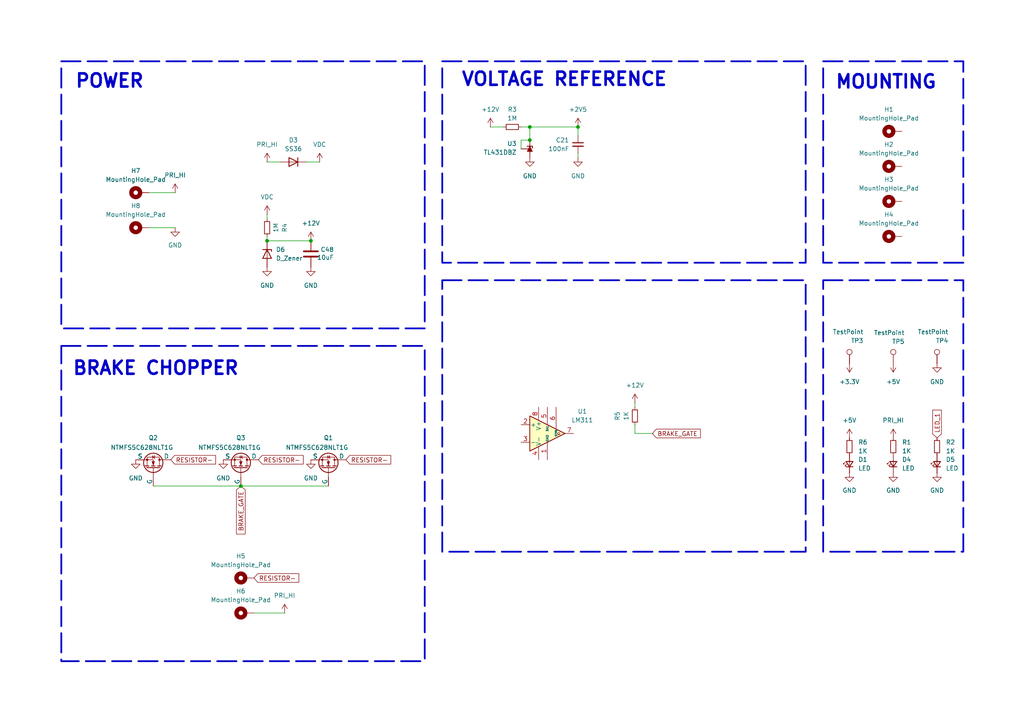
<source format=kicad_sch>
(kicad_sch (version 20250114) (generator "eeschema") (generator_version "9.0")
  (paper "A4")
  (title_block (company "TiManh"))
  (lib_symbols
    (symbol "Comparator:LM311" (pin_names (offset 0.127))
      (property "Reference" "U" (at 3.81 6.35 0))
      (property "Value" "LM311" (at 3.81 3.81 0))
      (symbol "LM311_0_1"
        (polyline (pts (xy 3.683 -0.381) (xy 3.302 -0.381) (xy 3.683 0) (xy 3.302 0.381) (xy 2.921 0) (xy 3.302 -0.381) (xy 2.921 -0.381)) (stroke (width 0.127)))
        (polyline (pts (xy 5.08 0) (xy -5.08 5.08) (xy -5.08 -5.08) (xy 5.08 0)) (stroke (width 0.254)) (fill (type background)))
      )
      (symbol "LM311_1_1"
        (pin input line (at -7.62 2.54 0) (length 2.54) (name "+") (number "2"))
        (pin input line (at -7.62 -2.54 0) (length 2.54) (name "-") (number "3"))
        (pin power_in line (at -2.54 7.62 270) (length 3.81) (name "V+") (number "8"))
        (pin power_in line (at -2.54 -7.62 90) (length 3.81) (name "V-") (number "4"))
        (pin input line (at 0 7.62 270) (length 5.08) (name "BAL") (number "5"))
        (pin passive line (at 0 -7.62 90) (length 5.08) (name "GND") (number "1"))
        (pin input line (at 2.54 7.62 270) (length 6.35) (name "STRB") (number "6"))
        (pin open_collector line (at 7.62 0 180) (length 2.54) (name "~") (number "7"))
      )
    )
    (symbol "Connector:TestPoint" (pin_numbers (hide yes)) (pin_names (offset 0.762) (hide yes))
      (property "Reference" "TP" (at 0 6.858 0))
      (property "Value" "TestPoint" (at 0 5.08 0))
      (symbol "TestPoint_0_1"
        (circle (center 0 3.302) (radius 0.762))
      )
      (symbol "TestPoint_1_1"
        (pin passive line (at 0 0 90) (length 2.54) (name "1") (number "1"))
      )
    )
    (symbol "Device:C" (pin_numbers (hide yes)) (pin_names (offset 0.254))
      (property "Reference" "C" (at 0.635 2.54 0))
      (property "Value" "C" (at 0.635 -2.54 0))
      (symbol "C_0_1"
        (polyline (pts (xy -2.032 0.762) (xy 2.032 0.762)) (stroke (width 0.508)))
        (polyline (pts (xy -2.032 -0.762) (xy 2.032 -0.762)) (stroke (width 0.508)))
      )
      (symbol "C_1_1"
        (pin passive line (at 0 3.81 270) (length 2.794) (name "~") (number "1"))
        (pin passive line (at 0 -3.81 90) (length 2.794) (name "~") (number "2"))
      )
    )
    (symbol "Device:C_Small" (pin_numbers (hide yes)) (pin_names (offset 0.254) (hide yes))
      (property "Reference" "C" (at 0.254 1.778 0))
      (property "Value" "C_Small" (at 0.254 -2.032 0))
      (symbol "C_Small_0_1"
        (polyline (pts (xy -1.524 0.508) (xy 1.524 0.508)) (stroke (width 0.3048)))
        (polyline (pts (xy -1.524 -0.508) (xy 1.524 -0.508)) (stroke (width 0.3302)))
      )
      (symbol "C_Small_1_1"
        (pin passive line (at 0 2.54 270) (length 2.032) (name "~") (number "1"))
        (pin passive line (at 0 -2.54 90) (length 2.032) (name "~") (number "2"))
      )
    )
    (symbol "Device:D" (pin_numbers (hide yes)) (pin_names (offset 1.016) (hide yes))
      (property "Reference" "D" (at 0 2.54 0))
      (property "Value" "D" (at 0 -2.54 0))
      (symbol "D_0_1"
        (polyline (pts (xy -1.27 1.27) (xy -1.27 -1.27)) (stroke (width 0.254)))
        (polyline (pts (xy 1.27 1.27) (xy 1.27 -1.27) (xy -1.27 0) (xy 1.27 1.27)) (stroke (width 0.254)))
        (polyline (pts (xy 1.27 0) (xy -1.27 0)))
      )
      (symbol "D_1_1"
        (pin passive line (at -3.81 0 0) (length 2.54) (name "K") (number "1"))
        (pin passive line (at 3.81 0 180) (length 2.54) (name "A") (number "2"))
      )
    )
    (symbol "Device:D_Zener" (pin_numbers (hide yes)) (pin_names (offset 1.016) (hide yes))
      (property "Reference" "D" (at 0 2.54 0))
      (property "Value" "D_Zener" (at 0 -2.54 0))
      (symbol "D_Zener_0_1"
        (polyline (pts (xy -1.27 -1.27) (xy -1.27 1.27) (xy -0.762 1.27)) (stroke (width 0.254)))
        (polyline (pts (xy 1.27 0) (xy -1.27 0)))
        (polyline (pts (xy 1.27 -1.27) (xy 1.27 1.27) (xy -1.27 0) (xy 1.27 -1.27)) (stroke (width 0.254)))
      )
      (symbol "D_Zener_1_1"
        (pin passive line (at -3.81 0 0) (length 2.54) (name "K") (number "1"))
        (pin passive line (at 3.81 0 180) (length 2.54) (name "A") (number "2"))
      )
    )
    (symbol "Device:LED_Small" (pin_numbers (hide yes)) (pin_names (offset 0.254) (hide yes))
      (property "Reference" "D" (at -1.27 3.175 0))
      (property "Value" "LED_Small" (at -4.445 -2.54 0))
      (symbol "LED_Small_0_1"
        (polyline (pts (xy -0.762 -1.016) (xy -0.762 1.016)) (stroke (width 0.254)))
        (polyline (pts (xy 0 0.762) (xy -0.508 1.27) (xy -0.254 1.27) (xy -0.508 1.27) (xy -0.508 1.016)))
        (polyline (pts (xy 0.508 1.27) (xy 0 1.778) (xy 0.254 1.778) (xy 0 1.778) (xy 0 1.524)))
        (polyline (pts (xy 0.762 -1.016) (xy -0.762 0) (xy 0.762 1.016) (xy 0.762 -1.016)) (stroke (width 0.254)))
        (polyline (pts (xy 1.016 0) (xy -0.762 0)))
      )
      (symbol "LED_Small_1_1"
        (pin passive line (at -2.54 0 0) (length 1.778) (name "K") (number "1"))
        (pin passive line (at 2.54 0 180) (length 1.778) (name "A") (number "2"))
      )
    )
    (symbol "Device:R_Small" (pin_numbers (hide yes)) (pin_names (offset 0.254) (hide yes))
      (property "Reference" "R" (at 0 0 90))
      (property "Value" "R_Small" (at 1.778 0 90))
      (symbol "R_Small_0_1"
        (rectangle (start -0.762 1.778) (end 0.762 -1.778) (stroke (width 0.2032)))
      )
      (symbol "R_Small_1_1"
        (pin passive line (at 0 2.54 270) (length 0.762) (name "~") (number "1"))
        (pin passive line (at 0 -2.54 90) (length 0.762) (name "~") (number "2"))
      )
    )
    (symbol "Mechanical:MountingHole_Pad" (pin_numbers (hide yes)) (pin_names (offset 1.016) (hide yes)) (in_bom no)
      (property "Reference" "H" (at 0 6.35 0))
      (property "Value" "MountingHole_Pad" (at 0 4.445 0))
      (symbol "MountingHole_Pad_0_1"
        (circle (center 0 1.27) (radius 1.27) (stroke (width 1.27)))
      )
      (symbol "MountingHole_Pad_1_1"
        (pin input line (at 0 -2.54 90) (length 2.54) (name "1") (number "1"))
      )
    )
    (symbol "Reference_Voltage:TL431DBZ" (pin_numbers (hide yes)) (pin_names (hide yes))
      (property "Reference" "U" (at -2.54 2.54 0))
      (property "Value" "TL431DBZ" (at 0 -2.54 0))
      (symbol "TL431DBZ_0_1"
        (polyline (pts (xy -1.27 0) (xy 0 0) (xy 1.27 0)))
        (polyline (pts (xy -0.762 -0.762) (xy -0.762 0.762) (xy 0.762 0) (xy -0.762 -0.762)) (fill (type outline)))
        (polyline (pts (xy 0.254 -0.762) (xy 0.762 -0.762) (xy 0.762 0.762) (xy 0.762 0.762)) (stroke (width 0.254)))
      )
      (symbol "TL431DBZ_1_1"
        (pin passive line (at -2.54 0 0) (length 2.54) (name "A") (number "3"))
        (pin passive line (at 0 2.54 270) (length 2.54) (name "REF") (number "2"))
        (pin passive line (at 2.54 0 180) (length 2.54) (name "K") (number "1"))
      )
    )
    (symbol "TiManh:NMOS-8PINS" (pin_numbers (hide yes)) (pin_names (offset 0))
      (property "Reference" "Q" (at 3.81 1.27 0))
      (property "Value" "NMOS-8PINS" (at 3.81 -1.27 0))
      (symbol "NMOS-8PINS_0_1"
        (polyline (pts (xy -1.016 1.905) (xy -1.016 -1.905)) (stroke (width 0.254)))
        (polyline (pts (xy -1.016 0) (xy -3.81 0)))
        (polyline (pts (xy -0.508 2.286) (xy -0.508 1.27)) (stroke (width 0.254)))
        (polyline (pts (xy -0.508 0.508) (xy -0.508 -0.508)) (stroke (width 0.254)))
        (polyline (pts (xy -0.508 -1.27) (xy -0.508 -2.286)) (stroke (width 0.254)))
        (polyline (pts (xy -0.508 -1.778) (xy 2.032 -1.778) (xy 2.032 1.778) (xy -0.508 1.778)))
        (polyline (pts (xy -0.254 0) (xy 0.762 0.381) (xy 0.762 -0.381) (xy -0.254 0)) (fill (type outline)))
        (circle (center 0.381 0) (radius 2.794) (stroke (width 0.254)))
        (polyline (pts (xy 1.27 2.54) (xy 1.27 1.778)))
        (circle (center 1.27 1.778) (radius 0.254) (fill (type outline)))
        (circle (center 1.27 -1.778) (radius 0.254) (fill (type outline)))
        (polyline (pts (xy 1.27 -2.54) (xy 1.27 0) (xy -0.508 0)))
        (polyline (pts (xy 1.524 0.508) (xy 1.651 0.381) (xy 2.413 0.381) (xy 2.54 0.254)))
        (polyline (pts (xy 2.032 0.381) (xy 1.651 -0.254) (xy 2.413 -0.254) (xy 2.032 0.381)))
      )
      (symbol "NMOS-8PINS_1_1"
        (pin input line (at -6.35 0 0) (length 2.54) (name "G") (number "4"))
        (pin passive line (at 1.27 5.08 270) (length 2.54) (name "D") (number "5"))
        (pin passive line (at 1.27 -5.08 90) (length 2.54) (name "S") (number "1"))
        (pin passive line (at 1.27 -5.08 90) (length 2.54) (name "S") (number "2"))
        (pin passive line (at 1.27 -5.08 90) (length 2.54) (name "S") (number "3"))
      )
    )
    (symbol "power:+12V" (power) (pin_numbers (hide yes)) (pin_names (offset 0) (hide yes))
      (property "Value" "+12V" (at 0 3.556 0))
      (symbol "+12V_0_1"
        (polyline (pts (xy -0.762 1.27) (xy 0 2.54)))
        (polyline (pts (xy 0 2.54) (xy 0.762 1.27)))
        (polyline (pts (xy 0 0) (xy 0 2.54)))
      )
      (symbol "+12V_1_1"
        (pin power_in line (at 0 0 90) (length 0) (name "~") (number "1"))
      )
    )
    (symbol "power:+2V5" (power) (pin_numbers (hide yes)) (pin_names (offset 0) (hide yes))
      (property "Value" "+2V5" (at 0 3.556 0))
      (symbol "+2V5_0_1"
        (polyline (pts (xy -0.762 1.27) (xy 0 2.54)))
        (polyline (pts (xy 0 2.54) (xy 0.762 1.27)))
        (polyline (pts (xy 0 0) (xy 0 2.54)))
      )
      (symbol "+2V5_1_1"
        (pin power_in line (at 0 0 90) (length 0) (name "~") (number "1"))
      )
    )
    (symbol "power:+3.3V" (power) (pin_numbers (hide yes)) (pin_names (offset 0) (hide yes))
      (property "Value" "+3.3V" (at 0 3.556 0))
      (symbol "+3.3V_0_1"
        (polyline (pts (xy -0.762 1.27) (xy 0 2.54)))
        (polyline (pts (xy 0 2.54) (xy 0.762 1.27)))
        (polyline (pts (xy 0 0) (xy 0 2.54)))
      )
      (symbol "+3.3V_1_1"
        (pin power_in line (at 0 0 90) (length 0) (name "~") (number "1"))
      )
    )
    (symbol "power:+5V" (power) (pin_numbers (hide yes)) (pin_names (offset 0) (hide yes))
      (property "Value" "+5V" (at 0 3.556 0))
      (symbol "+5V_0_1"
        (polyline (pts (xy -0.762 1.27) (xy 0 2.54)))
        (polyline (pts (xy 0 2.54) (xy 0.762 1.27)))
        (polyline (pts (xy 0 0) (xy 0 2.54)))
      )
      (symbol "+5V_1_1"
        (pin power_in line (at 0 0 90) (length 0) (name "~") (number "1"))
      )
    )
    (symbol "power:GND" (power) (pin_numbers (hide yes)) (pin_names (offset 0) (hide yes))
      (property "Value" "GND" (at 0 -3.81 0))
      (symbol "GND_0_1"
        (polyline (pts (xy 0 0) (xy 0 -1.27) (xy 1.27 -1.27) (xy 0 -2.54) (xy -1.27 -1.27) (xy 0 -1.27)))
      )
      (symbol "GND_1_1"
        (pin power_in line (at 0 0 270) (length 0) (name "~") (number "1"))
      )
    )
    (symbol "power:PRI_HI" (power) (pin_numbers (hide yes)) (pin_names (offset 0) (hide yes))
      (property "Value" "PRI_HI" (at 0 3.556 0))
      (symbol "PRI_HI_0_1"
        (polyline (pts (xy -0.762 1.27) (xy 0 2.54)))
        (polyline (pts (xy 0 2.54) (xy 0.762 1.27)))
        (polyline (pts (xy 0 0) (xy 0 2.54)))
      )
      (symbol "PRI_HI_1_1"
        (pin power_in line (at 0 0 90) (length 0) (name "~") (number "1"))
      )
    )
    (symbol "power:VDC" (power) (pin_numbers (hide yes)) (pin_names (offset 0) (hide yes))
      (property "Value" "VDC" (at 0 3.556 0))
      (symbol "VDC_0_1"
        (polyline (pts (xy -0.762 1.27) (xy 0 2.54)))
        (polyline (pts (xy 0 2.54) (xy 0.762 1.27)))
        (polyline (pts (xy 0 0) (xy 0 2.54)))
      )
      (symbol "VDC_1_1"
        (pin power_in line (at 0 0 90) (length 0) (name "~") (number "1"))
      )
    )
  )
  (rectangle (start 17.78 17.78) (end 123.19 95.25) (stroke (width 0.508) (type dash)))
  (rectangle (start 128.27 81.28) (end 233.68 160.02) (stroke (width 0.508) (type dash)))
  (rectangle (start 238.76 17.78) (end 279.4 76.2) (stroke (width 0.508) (type dash)))
  (rectangle (start 238.76 81.28) (end 279.4 160.02) (stroke (width 0.508) (type dash)))
  (rectangle (start 17.78 100.33) (end 123.19 191.77) (stroke (width 0.508) (type dash)))
  (rectangle (start 128.27 17.78) (end 233.68 76.2) (stroke (width 0.508) (type dash)))
  (text "VOLTAGE REFERENCE" (at 133.604 23.114 0) (effects (font (size 3.81 3.81) (bold yes)) (justify left)))
  (text "POWER" (at 21.59 23.622 0) (effects (font (size 3.81 3.81) (bold yes)) (justify left)))
  (text "BRAKE CHOPPER" (at 20.828 106.934 0) (effects (font (size 3.81 3.81) (bold yes)) (justify left)))
  (text "MOUNTING" (at 242.062 23.876 0) (effects (font (size 3.81 3.81) (bold yes)) (justify left)))
  (junction (at 153.67 36.83))
  (junction (at 153.67 40.64))
  (junction (at 77.47 69.85))
  (junction (at 69.85 140.97))
  (junction (at 167.64 36.83))
  (junction (at 90.17 69.85))
  (wire (pts (xy 153.67 36.83) (xy 153.67 40.64)))
  (wire (pts (xy 151.13 43.18) (xy 151.13 40.64)))
  (wire (pts (xy 77.47 62.23) (xy 77.47 63.5)))
  (wire (pts (xy 153.67 36.83) (xy 167.64 36.83)))
  (wire (pts (xy 142.24 36.83) (xy 146.05 36.83)))
  (wire (pts (xy 167.64 44.45) (xy 167.64 45.72)))
  (wire (pts (xy 44.45 140.97) (xy 69.85 140.97)))
  (wire (pts (xy 167.64 39.37) (xy 167.64 36.83)))
  (wire (pts (xy 184.15 125.73) (xy 189.23 125.73)))
  (wire (pts (xy 77.47 46.99) (xy 81.28 46.99)))
  (wire (pts (xy 50.8 66.04) (xy 43.18 66.04)))
  (wire (pts (xy 50.8 55.88) (xy 43.18 55.88)))
  (wire (pts (xy 151.13 36.83) (xy 153.67 36.83)))
  (wire (pts (xy 77.47 68.58) (xy 77.47 69.85)))
  (wire (pts (xy 184.15 118.11) (xy 184.15 116.84)))
  (wire (pts (xy 92.71 46.99) (xy 88.9 46.99)))
  (wire (pts (xy 82.55 177.8) (xy 73.66 177.8)))
  (wire (pts (xy 151.13 40.64) (xy 153.67 40.64)))
  (wire (pts (xy 184.15 123.19) (xy 184.15 125.73)))
  (wire (pts (xy 90.17 69.85) (xy 77.47 69.85)))
  (wire (pts (xy 69.85 140.97) (xy 95.25 140.97)))
  (global_label "BRAKE_GATE" (shape input) (at 189.23 125.73 0) (property "Intersheetrefs" "${INTERSHEET_REFS}" (effects (hide yes))))
  (global_label "RESISTOR-" (shape input) (at 100.33 133.35 0) (property "Intersheetrefs" "${INTERSHEET_REFS}" (effects (hide yes))))
  (global_label "RESISTOR-" (shape input) (at 74.93 133.35 0) (property "Intersheetrefs" "${INTERSHEET_REFS}" (effects (hide yes))))
  (global_label "BRAKE_GATE" (shape input) (at 69.85 140.97 270) (property "Intersheetrefs" "${INTERSHEET_REFS}" (effects (hide yes))))
  (global_label "RESISTOR-" (shape input) (at 73.66 167.64 0) (property "Intersheetrefs" "${INTERSHEET_REFS}" (effects (hide yes))))
  (global_label "RESISTOR-" (shape input) (at 49.53 133.35 0) (property "Intersheetrefs" "${INTERSHEET_REFS}" (effects (hide yes))))
  (global_label "LED_1" (shape input) (at 271.78 127 90) (property "Intersheetrefs" "${INTERSHEET_REFS}" (effects (hide yes))))
  (symbol (lib_id "TiManh:NMOS-8PINS") (at 44.45 134.62 270) (mirror x) (unit 1)
    (property "Reference" "Q2" (at 44.45 127 90))
    (property "Value" "NTMFS5C628NLT1G" (at 41.148 129.794 90))
    (property "Footprint" "Package_DFN_QFN:PQFN-8-EP_6x5mm_P1.27mm_Generic" (effects (hide yes)))
  )
  (symbol (lib_id "Device:R_Small") (at 77.47 66.04 0) (mirror x) (unit 1)
    (property "Reference" "R4" (at 82.55 66.04 90))
    (property "Value" "1M" (at 80.01 66.04 90))
    (property "Footprint" "Resistor_SMD:R_0603_1608Metric" (effects (hide yes)))
    (property "Description" "Resistor, small symbol" (effects (hide yes)))
  )
  (symbol (lib_id "power:VDC") (at 77.47 62.23 0) (unit 1)
    (property "Reference" "#PWR02" (effects (hide yes)))
    (property "Value" "VDC" (at 77.47 57.15 0))
    (property "Description" "Power symbol creates a global label with name \"VDC\"" (effects (hide yes)))
  )
  (symbol (lib_id "Mechanical:MountingHole_Pad") (at 259.08 68.58 90) (unit 1) (in_bom no)
    (property "Reference" "H4" (at 257.81 62.23 90))
    (property "Value" "MountingHole_Pad" (at 257.81 64.77 90))
    (property "Footprint" "MountingHole:MountingHole_3.2mm_M3_Pad_Via" (effects (hide yes)))
    (property "Description" "Mounting Hole with connection" (effects (hide yes)))
  )
  (symbol (lib_id "power:VDC") (at 92.71 46.99 0) (unit 1)
    (property "Reference" "#PWR015" (effects (hide yes)))
    (property "Value" "VDC" (at 92.71 41.91 0))
    (property "Description" "Power symbol creates a global label with name \"VDC\"" (effects (hide yes)))
  )
  (symbol (lib_id "TiManh:NMOS-8PINS") (at 69.85 134.62 270) (mirror x) (unit 1)
    (property "Reference" "Q3" (at 69.85 127 90))
    (property "Value" "NTMFS5C628NLT1G" (at 66.548 129.794 90))
    (property "Footprint" "Package_DFN_QFN:PQFN-8-EP_6x5mm_P1.27mm_Generic" (effects (hide yes)))
  )
  (symbol (lib_id "power:GND") (at 271.78 105.41 0) (unit 1)
    (property "Reference" "#PWR064" (effects (hide yes)))
    (property "Value" "GND" (at 271.78 110.744 0))
    (property "Description" "Power symbol creates a global label with name \"GND\" , ground" (effects (hide yes)))
  )
  (symbol (lib_id "Mechanical:MountingHole_Pad") (at 71.12 177.8 90) (unit 1) (in_bom no)
    (property "Reference" "H6" (at 69.85 171.45 90))
    (property "Value" "MountingHole_Pad" (at 69.85 173.99 90))
    (property "Footprint" "MountingHole:MountingHole_3.2mm_M3_Pad_Via" (effects (hide yes)))
    (property "Description" "Mounting Hole with connection" (effects (hide yes)))
  )
  (symbol (lib_id "power:GND") (at 50.8 66.04 0) (unit 1)
    (property "Reference" "#PWR045" (effects (hide yes)))
    (property "Value" "GND" (at 50.8 71.12 0))
    (property "Description" "Power symbol creates a global label with name \"GND\" , ground" (effects (hide yes)))
  )
  (symbol (lib_id "Mechanical:MountingHole_Pad") (at 71.12 167.64 90) (unit 1) (in_bom no)
    (property "Reference" "H5" (at 69.85 161.29 90))
    (property "Value" "MountingHole_Pad" (at 69.85 163.83 90))
    (property "Footprint" "MountingHole:MountingHole_3.2mm_M3_Pad_Via" (effects (hide yes)))
    (property "Description" "Mounting Hole with connection" (effects (hide yes)))
  )
  (symbol (lib_id "power:+5V") (at 246.38 127 0) (unit 1)
    (property "Reference" "#PWR035" (effects (hide yes)))
    (property "Value" "+5V" (at 246.38 121.92 0))
    (property "Description" "Power symbol creates a global label with name \"+5V\"" (effects (hide yes)))
  )
  (symbol (lib_id "Connector:TestPoint") (at 271.78 105.41 0) (unit 1) (in_bom no)
    (property "Reference" "TP4" (at 275.082 98.806 0) (effects (justify right)))
    (property "Value" "TestPoint" (at 275.082 96.266 0) (effects (justify right)))
    (property "Footprint" "TestPoint:TestPoint_Pad_D1.0mm" (effects (hide yes)))
    (property "Description" "test point" (effects (hide yes)))
  )
  (symbol (lib_id "power:GND") (at 271.78 137.16 0) (unit 1)
    (property "Reference" "#PWR042" (effects (hide yes)))
    (property "Value" "GND" (at 271.78 142.24 0))
    (property "Description" "Power symbol creates a global label with name \"GND\" , ground" (effects (hide yes)))
  )
  (symbol (lib_id "power:GND") (at 259.08 137.16 0) (unit 1)
    (property "Reference" "#PWR039" (effects (hide yes)))
    (property "Value" "GND" (at 259.08 142.24 0))
    (property "Description" "Power symbol creates a global label with name \"GND\" , ground" (effects (hide yes)))
  )
  (symbol (lib_id "Device:R_Small") (at 246.38 129.54 0) (unit 1)
    (property "Reference" "R6" (at 248.92 128.2699 0) (effects (justify left)))
    (property "Value" "1K" (at 248.92 130.8099 0) (effects (justify left)))
    (property "Footprint" "Resistor_SMD:R_0603_1608Metric" (effects (hide yes)))
    (property "Description" "Resistor, small symbol" (effects (hide yes)))
  )
  (symbol (lib_id "Device:LED_Small") (at 246.38 134.62 90) (unit 1)
    (property "Reference" "D1" (at 248.92 133.2864 90) (effects (justify right)))
    (property "Value" "LED" (at 248.92 135.8264 90) (effects (justify right)))
    (property "Footprint" "LED_SMD:LED_0603_1608Metric" (effects (hide yes)))
    (property "Description" "Light emitting diode, small symbol" (effects (hide yes)))
    (property "Sim.Pin" "1=K 2=A" (effects (hide yes)))
  )
  (symbol (lib_id "Mechanical:MountingHole_Pad") (at 259.08 58.42 90) (unit 1) (in_bom no)
    (property "Reference" "H3" (at 257.81 52.07 90))
    (property "Value" "MountingHole_Pad" (at 257.81 54.61 90))
    (property "Footprint" "MountingHole:MountingHole_3.2mm_M3_Pad_Via" (effects (hide yes)))
    (property "Description" "Mounting Hole with connection" (effects (hide yes)))
  )
  (symbol (lib_id "power:GND") (at 90.17 133.35 0) (unit 1)
    (property "Reference" "#PWR05" (effects (hide yes)))
    (property "Value" "GND" (at 90.17 138.684 0))
    (property "Description" "Power symbol creates a global label with name \"GND\" , ground" (effects (hide yes)))
  )
  (symbol (lib_id "Device:C_Small") (at 167.64 41.91 0) (mirror y) (unit 1)
    (property "Reference" "C21" (at 165.1 40.6462 0) (effects (justify left)))
    (property "Value" "100nF" (at 165.1 43.1862 0) (effects (justify left)))
    (property "Footprint" "Capacitor_SMD:C_0603_1608Metric" (effects (hide yes)))
    (property "Description" "Unpolarized capacitor, small symbol" (effects (hide yes)))
  )
  (symbol (lib_id "Device:R_Small") (at 184.15 120.65 0) (mirror y) (unit 1)
    (property "Reference" "R5" (at 179.07 120.65 90))
    (property "Value" "1K" (at 181.61 120.65 90))
    (property "Footprint" "Resistor_SMD:R_0603_1608Metric" (effects (hide yes)))
    (property "Description" "Resistor, small symbol" (effects (hide yes)))
  )
  (symbol (lib_id "Mechanical:MountingHole_Pad") (at 40.64 66.04 90) (unit 1) (in_bom no)
    (property "Reference" "H8" (at 39.37 59.69 90))
    (property "Value" "MountingHole_Pad" (at 39.37 62.23 90))
    (property "Footprint" "MountingHole:MountingHole_3.2mm_M3_Pad_Via" (effects (hide yes)))
    (property "Description" "Mounting Hole with connection" (effects (hide yes)))
  )
  (symbol (lib_id "power:GND") (at 90.17 77.47 0) (unit 1)
    (property "Reference" "#PWR04" (effects (hide yes)))
    (property "Value" "GND" (at 90.17 82.804 0))
    (property "Description" "Power symbol creates a global label with name \"GND\" , ground" (effects (hide yes)))
  )
  (symbol (lib_id "Device:D") (at 85.09 46.99 180) (unit 1)
    (property "Reference" "D3" (at 85.09 40.64 0))
    (property "Value" "SS36" (at 85.09 43.18 0))
    (property "Footprint" "Diode_SMD:D_SMA" (effects (hide yes)))
    (property "Description" "Diode" (effects (hide yes)))
    (property "Sim.Device" "D" (effects (hide yes)))
    (property "Sim.Pins" "1=K 2=A" (effects (hide yes)))
  )
  (symbol (lib_id "power:GND") (at 246.38 137.16 0) (unit 1)
    (property "Reference" "#PWR070" (effects (hide yes)))
    (property "Value" "GND" (at 246.38 142.24 0))
    (property "Description" "Power symbol creates a global label with name \"GND\" , ground" (effects (hide yes)))
  )
  (symbol (lib_id "TiManh:NMOS-8PINS") (at 95.25 134.62 270) (mirror x) (unit 1)
    (property "Reference" "Q1" (at 95.25 127 90))
    (property "Value" "NTMFS5C628NLT1G" (at 91.948 129.794 90))
    (property "Footprint" "Package_DFN_QFN:PQFN-8-EP_6x5mm_P1.27mm_Generic" (effects (hide yes)))
  )
  (symbol (lib_id "power:GND") (at 64.77 133.35 0) (unit 1)
    (property "Reference" "#PWR06" (effects (hide yes)))
    (property "Value" "GND" (at 64.77 138.684 0))
    (property "Description" "Power symbol creates a global label with name \"GND\" , ground" (effects (hide yes)))
  )
  (symbol (lib_id "power:+5V") (at 259.08 105.41 180) (unit 1)
    (property "Reference" "#PWR034" (effects (hide yes)))
    (property "Value" "+5V" (at 259.08 110.744 0))
    (property "Description" "Power symbol creates a global label with name \"+5V\"" (effects (hide yes)))
  )
  (symbol (lib_id "Device:R_Small") (at 271.78 129.54 0) (unit 1)
    (property "Reference" "R2" (at 274.32 128.2699 0) (effects (justify left)))
    (property "Value" "1K" (at 274.32 130.8099 0) (effects (justify left)))
    (property "Footprint" "Resistor_SMD:R_0603_1608Metric" (effects (hide yes)))
    (property "Description" "Resistor, small symbol" (effects (hide yes)))
  )
  (symbol (lib_id "power:GND") (at 167.64 45.72 0) (unit 1)
    (property "Reference" "#PWR012" (effects (hide yes)))
    (property "Value" "GND" (at 167.64 51.054 0))
    (property "Description" "Power symbol creates a global label with name \"GND\" , ground" (effects (hide yes)))
  )
  (symbol (lib_id "power:+12V") (at 184.15 116.84 0) (unit 1)
    (property "Reference" "#PWR013" (effects (hide yes)))
    (property "Value" "+12V" (at 184.15 111.76 0))
    (property "Description" "Power symbol creates a global label with name \"+12V\"" (effects (hide yes)))
  )
  (symbol (lib_id "Device:D_Zener") (at 77.47 73.66 270) (unit 1)
    (property "Reference" "D6" (at 80.01 72.3899 90) (effects (justify left)))
    (property "Value" "D_Zener" (at 80.01 74.9299 90) (effects (justify left)))
    (property "Footprint" "Diode_SMD:D_SOD-323" (effects (hide yes)))
    (property "Description" "Zener diode" (effects (hide yes)))
  )
  (symbol (lib_id "power:PRI_HI") (at 50.8 55.88 0) (unit 1)
    (property "Reference" "#PWR016" (effects (hide yes)))
    (property "Value" "PRI_HI" (at 50.8 50.8 0))
    (property "Description" "Power symbol creates a global label with name \"PRI_HI\"" (effects (hide yes)))
  )
  (symbol (lib_id "Mechanical:MountingHole_Pad") (at 40.64 55.88 90) (unit 1) (in_bom no)
    (property "Reference" "H7" (at 39.37 49.53 90))
    (property "Value" "MountingHole_Pad" (at 39.37 52.07 90))
    (property "Footprint" "MountingHole:MountingHole_3.2mm_M3_Pad_Via" (effects (hide yes)))
    (property "Description" "Mounting Hole with connection" (effects (hide yes)))
  )
  (symbol (lib_id "Device:R_Small") (at 259.08 129.54 0) (unit 1)
    (property "Reference" "R1" (at 261.62 128.2699 0) (effects (justify left)))
    (property "Value" "1K" (at 261.62 130.8099 0) (effects (justify left)))
    (property "Footprint" "Resistor_SMD:R_0603_1608Metric" (effects (hide yes)))
    (property "Description" "Resistor, small symbol" (effects (hide yes)))
  )
  (symbol (lib_id "power:GND") (at 39.37 133.35 0) (unit 1)
    (property "Reference" "#PWR07" (effects (hide yes)))
    (property "Value" "GND" (at 39.37 138.684 0))
    (property "Description" "Power symbol creates a global label with name \"GND\" , ground" (effects (hide yes)))
  )
  (symbol (lib_id "power:PRI_HI") (at 82.55 177.8 0) (unit 1)
    (property "Reference" "#PWR08" (effects (hide yes)))
    (property "Value" "PRI_HI" (at 82.55 172.72 0))
    (property "Description" "Power symbol creates a global label with name \"PRI_HI\"" (effects (hide yes)))
  )
  (symbol (lib_id "power:+12V") (at 90.17 69.85 0) (unit 1)
    (property "Reference" "#PWR01" (effects (hide yes)))
    (property "Value" "+12V" (at 90.17 64.77 0))
    (property "Description" "Power symbol creates a global label with name \"+12V\"" (effects (hide yes)))
  )
  (symbol (lib_id "power:PRI_HI") (at 259.08 127 0) (unit 1)
    (property "Reference" "#PWR036" (effects (hide yes)))
    (property "Value" "PRI_HI" (at 259.08 121.92 0))
    (property "Description" "Power symbol creates a global label with name \"PRI_HI\"" (effects (hide yes)))
  )
  (symbol (lib_id "power:+3.3V") (at 246.38 105.41 180) (unit 1)
    (property "Reference" "#PWR031" (effects (hide yes)))
    (property "Value" "+3.3V" (at 246.38 110.744 0))
    (property "Description" "Power symbol creates a global label with name \"+3.3V\"" (effects (hide yes)))
  )
  (symbol (lib_id "Reference_Voltage:TL431DBZ") (at 153.67 43.18 90) (unit 1)
    (property "Reference" "U3" (at 149.86 41.656 90) (effects (justify left)))
    (property "Value" "TL431DBZ" (at 149.86 44.196 90) (effects (justify left)))
    (property "Footprint" "Package_TO_SOT_SMD:SOT-23" (effects (hide yes)))
    (property "Datasheet" "http://www.ti.com/lit/ds/symlink/tl431.pdf" (effects (hide yes)))
    (property "Description" "Shunt Regulator, SOT-23" (effects (hide yes)))
  )
  (symbol (lib_id "power:+12V") (at 142.24 36.83 0) (unit 1)
    (property "Reference" "#PWR010" (effects (hide yes)))
    (property "Value" "+12V" (at 142.24 31.75 0))
    (property "Description" "Power symbol creates a global label with name \"+12V\"" (effects (hide yes)))
  )
  (symbol (lib_id "power:GND") (at 153.67 45.72 0) (unit 1)
    (property "Reference" "#PWR09" (effects (hide yes)))
    (property "Value" "GND" (at 153.67 51.054 0))
    (property "Description" "Power symbol creates a global label with name \"GND\" , ground" (effects (hide yes)))
  )
  (symbol (lib_id "Connector:TestPoint") (at 246.38 105.41 0) (unit 1) (in_bom no)
    (property "Reference" "TP3" (at 250.444 98.806 0) (effects (justify right)))
    (property "Value" "TestPoint" (at 250.444 96.266 0) (effects (justify right)))
    (property "Footprint" "TestPoint:TestPoint_Pad_D1.0mm" (effects (hide yes)))
    (property "Description" "test point" (effects (hide yes)))
  )
  (symbol (lib_id "Connector:TestPoint") (at 259.08 105.41 0) (unit 1) (in_bom no)
    (property "Reference" "TP5" (at 262.382 99.06 0) (effects (justify right)))
    (property "Value" "TestPoint" (at 262.382 96.52 0) (effects (justify right)))
    (property "Footprint" "TestPoint:TestPoint_Pad_D1.0mm" (effects (hide yes)))
    (property "Description" "test point" (effects (hide yes)))
  )
  (symbol (lib_id "Device:R_Small") (at 148.59 36.83 270) (mirror x) (unit 1)
    (property "Reference" "R3" (at 148.59 31.75 90))
    (property "Value" "1M" (at 148.59 34.29 90))
    (property "Footprint" "Resistor_SMD:R_0603_1608Metric" (effects (hide yes)))
    (property "Description" "Resistor, small symbol" (effects (hide yes)))
  )
  (symbol (lib_id "Mechanical:MountingHole_Pad") (at 259.08 48.26 90) (unit 1) (in_bom no)
    (property "Reference" "H2" (at 257.81 41.91 90))
    (property "Value" "MountingHole_Pad" (at 257.81 44.45 90))
    (property "Footprint" "MountingHole:MountingHole_3.2mm_M3_Pad_Via" (effects (hide yes)))
    (property "Description" "Mounting Hole with connection" (effects (hide yes)))
  )
  (symbol (lib_id "Device:C") (at 90.17 73.66 180) (unit 1)
    (property "Reference" "C48" (at 92.964 72.39 0) (effects (justify right)))
    (property "Value" "10uF" (at 91.948 74.676 0) (effects (justify right)))
    (property "Footprint" "Capacitor_SMD:C_1206_3216Metric" (effects (hide yes)))
    (property "Description" "Unpolarized capacitor" (effects (hide yes)))
  )
  (symbol (lib_id "power:+2V5") (at 167.64 36.83 0) (unit 1)
    (property "Reference" "#PWR011" (effects (hide yes)))
    (property "Value" "+2V5" (at 167.64 31.75 0))
    (property "Description" "Power symbol creates a global label with name \"+2V5\"" (effects (hide yes)))
  )
  (symbol (lib_id "Device:LED_Small") (at 271.78 134.62 90) (unit 1)
    (property "Reference" "D5" (at 274.32 133.2864 90) (effects (justify right)))
    (property "Value" "LED" (at 274.32 135.8264 90) (effects (justify right)))
    (property "Footprint" "LED_SMD:LED_0603_1608Metric" (effects (hide yes)))
    (property "Description" "Light emitting diode, small symbol" (effects (hide yes)))
    (property "Sim.Pin" "1=K 2=A" (effects (hide yes)))
  )
  (symbol (lib_id "Mechanical:MountingHole_Pad") (at 259.08 38.1 90) (unit 1) (in_bom no)
    (property "Reference" "H1" (at 257.81 31.75 90))
    (property "Value" "MountingHole_Pad" (at 257.81 34.29 90))
    (property "Footprint" "MountingHole:MountingHole_3.2mm_M3_Pad_Via" (effects (hide yes)))
    (property "Description" "Mounting Hole with connection" (effects (hide yes)))
  )
  (symbol (lib_id "power:GND") (at 77.47 77.47 0) (unit 1)
    (property "Reference" "#PWR03" (effects (hide yes)))
    (property "Value" "GND" (at 77.47 82.804 0))
    (property "Description" "Power symbol creates a global label with name \"GND\" , ground" (effects (hide yes)))
  )
  (symbol (lib_id "Comparator:LM311") (at 158.75 125.73 0) (unit 1)
    (property "Reference" "U1" (at 168.91 119.3098 0))
    (property "Value" "LM311" (at 168.91 121.8498 0))
    (property "Footprint" "Package_SO:SOIC-8_3.9x4.9mm_P1.27mm" (effects (hide yes)))
    (property "Datasheet" "https://www.st.com/resource/en/datasheet/lm311.pdf" (effects (hide yes)))
    (property "Description" "Voltage Comparator, DIP-8/SOIC-8" (effects (hide yes)))
  )
  (symbol (lib_id "power:PRI_HI") (at 77.47 46.99 0) (unit 1)
    (property "Reference" "#PWR014" (effects (hide yes)))
    (property "Value" "PRI_HI" (at 77.47 41.91 0))
    (property "Description" "Power symbol creates a global label with name \"PRI_HI\"" (effects (hide yes)))
  )
  (symbol (lib_id "Device:LED_Small") (at 259.08 134.62 90) (unit 1)
    (property "Reference" "D4" (at 261.62 133.2864 90) (effects (justify right)))
    (property "Value" "LED" (at 261.62 135.8264 90) (effects (justify right)))
    (property "Footprint" "LED_SMD:LED_0603_1608Metric" (effects (hide yes)))
    (property "Description" "Light emitting diode, small symbol" (effects (hide yes)))
    (property "Sim.Pin" "1=K 2=A" (effects (hide yes)))
  )
)
</source>
